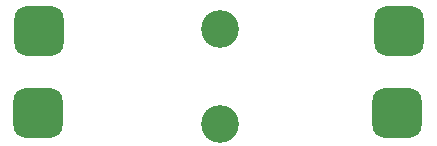
<source format=gbs>
G04*
G04 #@! TF.GenerationSoftware,Altium Limited,Altium Designer,20.0.13 (296)*
G04*
G04 Layer_Color=16711935*
%FSLAX25Y25*%
%MOIN*%
G70*
G01*
G75*
G04:AMPARAMS|DCode=27|XSize=165.48mil|YSize=165.48mil|CornerRadius=43.37mil|HoleSize=0mil|Usage=FLASHONLY|Rotation=0.000|XOffset=0mil|YOffset=0mil|HoleType=Round|Shape=RoundedRectangle|*
%AMROUNDEDRECTD27*
21,1,0.16548,0.07874,0,0,0.0*
21,1,0.07874,0.16548,0,0,0.0*
1,1,0.08674,0.03937,-0.03937*
1,1,0.08674,-0.03937,-0.03937*
1,1,0.08674,-0.03937,0.03937*
1,1,0.08674,0.03937,0.03937*
%
%ADD27ROUNDEDRECTD27*%
%ADD28C,0.12611*%
D27*
X500529Y234205D02*
D03*
X499869Y206995D02*
D03*
X380529Y234205D02*
D03*
X380158Y206991D02*
D03*
D28*
X440966Y234871D02*
D03*
Y203375D02*
D03*
M02*

</source>
